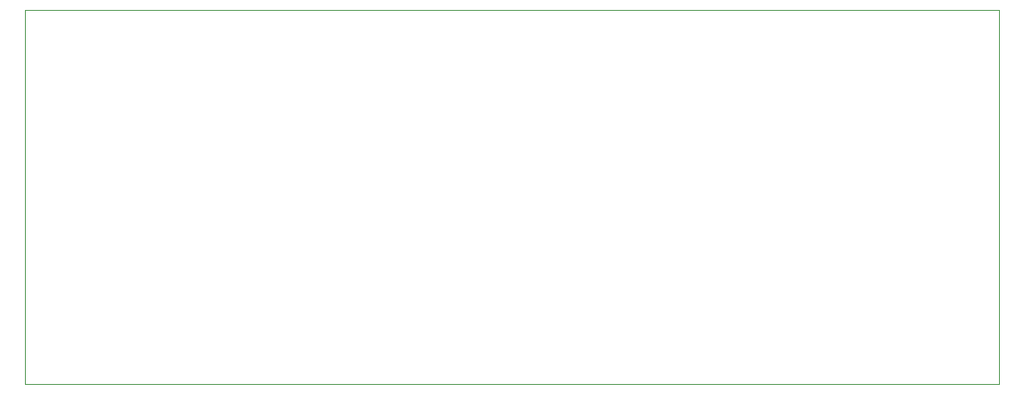
<source format=gbr>
%TF.GenerationSoftware,KiCad,Pcbnew,6.0.2+dfsg-1*%
%TF.CreationDate,2023-09-22T14:52:28+02:00*%
%TF.ProjectId,MaxPilot,4d617850-696c-46f7-942e-6b696361645f,rev?*%
%TF.SameCoordinates,Original*%
%TF.FileFunction,Profile,NP*%
%FSLAX46Y46*%
G04 Gerber Fmt 4.6, Leading zero omitted, Abs format (unit mm)*
G04 Created by KiCad (PCBNEW 6.0.2+dfsg-1) date 2023-09-22 14:52:28*
%MOMM*%
%LPD*%
G01*
G04 APERTURE LIST*
%TA.AperFunction,Profile*%
%ADD10C,0.100000*%
%TD*%
G04 APERTURE END LIST*
D10*
X12700000Y-12700000D02*
X111760000Y-12700000D01*
X111760000Y-50800000D02*
X12700000Y-50800000D01*
X111760000Y-12700000D02*
X111760000Y-50800000D01*
X12700000Y-50800000D02*
X12700000Y-12700000D01*
M02*

</source>
